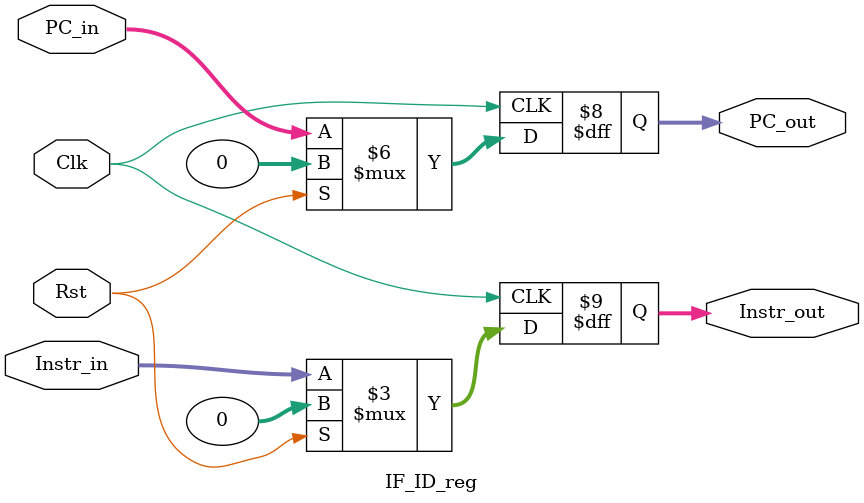
<source format=v>
`timescale 1ns / 1ps


module IF_ID_reg(Clk,Rst,PC_in,PC_out,Instr_in,Instr_out);
    input Clk, Rst;
    input [31:0] PC_in;
    input [31:0] Instr_in;
    output reg [31:0] PC_out;
    output reg [31:0] Instr_out;
    
   /* reg [31:0] PC_reg;
    reg [31:0] Instr_reg; */
    
    always @(posedge Clk)begin
        if (Rst) begin
            PC_out <= 32'b0;
            Instr_out <= 32'b0;
        end
        else begin
            PC_out<=PC_in;
            Instr_out<=Instr_in;
        end
     end
     
   /*   always @(negedge Clk)begin
        if (Rst) begin
            PC_out <= 32'b0;
            Instr_out <= 32'b0;
        end
        else begin
            PC_out<=PC_reg;
            Instr_out<=Instr_reg;
        end
        
     end */
        
endmodule

</source>
